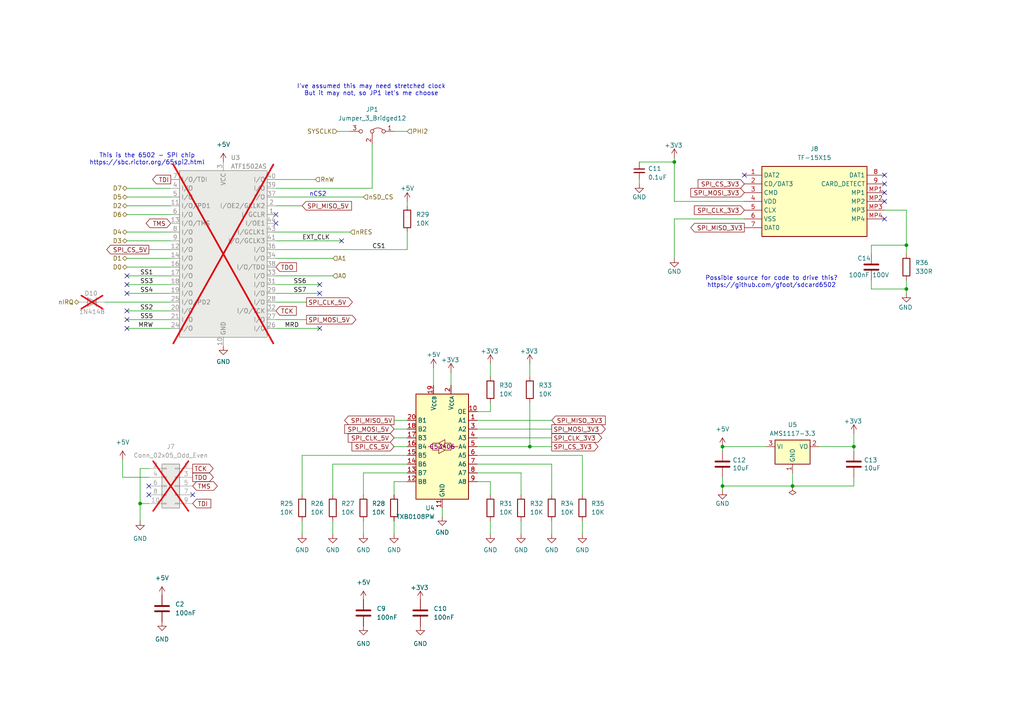
<source format=kicad_sch>
(kicad_sch (version 20250114) (generator "eeschema") (generator_version "9.0")
  (paper "A4")
  (lib_symbols
    (symbol "Connector_Generic:Conn_02x05_Odd_Even" (pin_names (offset 1.016) (hide yes))
      (property "Reference" "J" (at 1.27 7.62 0))
      (property "Value" "Conn_02x05_Odd_Even" (at 1.27 -7.62 0))
      (symbol "Conn_02x05_Odd_Even_1_1"
        (rectangle (start -1.27 6.35) (end 3.81 -6.35) (stroke (width 0.254)) (fill (type background)))
        (rectangle (start -1.27 5.207) (end 0 4.953) (stroke (width 0.1524)))
        (rectangle (start -1.27 2.667) (end 0 2.413) (stroke (width 0.1524)))
        (rectangle (start -1.27 0.127) (end 0 -0.127) (stroke (width 0.1524)))
        (rectangle (start -1.27 -2.413) (end 0 -2.667) (stroke (width 0.1524)))
        (rectangle (start -1.27 -4.953) (end 0 -5.207) (stroke (width 0.1524)))
        (rectangle (start 3.81 5.207) (end 2.54 4.953) (stroke (width 0.1524)))
        (rectangle (start 3.81 2.667) (end 2.54 2.413) (stroke (width 0.1524)))
        (rectangle (start 3.81 0.127) (end 2.54 -0.127) (stroke (width 0.1524)))
        (rectangle (start 3.81 -2.413) (end 2.54 -2.667) (stroke (width 0.1524)))
        (rectangle (start 3.81 -4.953) (end 2.54 -5.207) (stroke (width 0.1524)))
        (pin passive line (at -5.08 5.08 0) (length 3.81) (name "Pin_1") (number "1"))
        (pin passive line (at -5.08 2.54 0) (length 3.81) (name "Pin_3") (number "3"))
        (pin passive line (at -5.08 0 0) (length 3.81) (name "Pin_5") (number "5"))
        (pin passive line (at -5.08 -2.54 0) (length 3.81) (name "Pin_7") (number "7"))
        (pin passive line (at -5.08 -5.08 0) (length 3.81) (name "Pin_9") (number "9"))
        (pin passive line (at 7.62 5.08 180) (length 3.81) (name "Pin_2") (number "2"))
        (pin passive line (at 7.62 2.54 180) (length 3.81) (name "Pin_4") (number "4"))
        (pin passive line (at 7.62 0 180) (length 3.81) (name "Pin_6") (number "6"))
        (pin passive line (at 7.62 -2.54 180) (length 3.81) (name "Pin_8") (number "8"))
        (pin passive line (at 7.62 -5.08 180) (length 3.81) (name "Pin_10") (number "10"))
      )
    )
    (symbol "Device:C" (pin_numbers (hide yes)) (pin_names (offset 0.254))
      (property "Reference" "C" (at 0.635 2.54 0))
      (property "Value" "C" (at 0.635 -2.54 0))
      (symbol "C_0_1"
        (polyline (pts (xy -2.032 0.762) (xy 2.032 0.762)) (stroke (width 0.508)))
        (polyline (pts (xy -2.032 -0.762) (xy 2.032 -0.762)) (stroke (width 0.508)))
      )
      (symbol "C_1_1"
        (pin passive line (at 0 3.81 270) (length 2.794) (name "~") (number "1"))
        (pin passive line (at 0 -3.81 90) (length 2.794) (name "~") (number "2"))
      )
    )
    (symbol "Device:C_Small" (pin_numbers (hide yes)) (pin_names (offset 0.254) (hide yes))
      (property "Reference" "C" (at 0.254 1.778 0))
      (property "Value" "C_Small" (at 0.254 -2.032 0))
      (symbol "C_Small_0_1"
        (polyline (pts (xy -1.524 0.508) (xy 1.524 0.508)) (stroke (width 0.3048)))
        (polyline (pts (xy -1.524 -0.508) (xy 1.524 -0.508)) (stroke (width 0.3302)))
      )
      (symbol "C_Small_1_1"
        (pin passive line (at 0 2.54 270) (length 2.032) (name "~") (number "1"))
        (pin passive line (at 0 -2.54 90) (length 2.032) (name "~") (number "2"))
      )
    )
    (symbol "Device:R" (pin_numbers (hide yes)) (pin_names (offset 0))
      (property "Reference" "R" (at 2.032 0 90))
      (property "Value" "R" (at 0 0 90))
      (symbol "R_0_1"
        (rectangle (start -1.016 -2.54) (end 1.016 2.54) (stroke (width 0.254)))
      )
      (symbol "R_1_1"
        (pin passive line (at 0 3.81 270) (length 1.27) (name "~") (number "1"))
        (pin passive line (at 0 -3.81 90) (length 1.27) (name "~") (number "2"))
      )
    )
    (symbol "Diode:1N4148" (pin_numbers (hide yes)) (pin_names (hide yes))
      (property "Reference" "D" (at 0 2.54 0))
      (property "Value" "1N4148" (at 0 -2.54 0))
      (symbol "1N4148_0_1"
        (polyline (pts (xy -1.27 1.27) (xy -1.27 -1.27)) (stroke (width 0.254)))
        (polyline (pts (xy 1.27 1.27) (xy 1.27 -1.27) (xy -1.27 0) (xy 1.27 1.27)) (stroke (width 0.254)))
        (polyline (pts (xy 1.27 0) (xy -1.27 0)))
      )
      (symbol "1N4148_1_1"
        (pin passive line (at -3.81 0 0) (length 2.54) (name "K") (number "1"))
        (pin passive line (at 3.81 0 180) (length 2.54) (name "A") (number "2"))
      )
    )
    (symbol "Jumper:Jumper_3_Bridged12" (pin_names (offset 0) (hide yes)) (in_bom no)
      (property "Reference" "JP" (at -2.54 -2.54 0))
      (property "Value" "Jumper_3_Bridged12" (at 0 2.794 0))
      (symbol "Jumper_3_Bridged12_0_0"
        (circle (center -3.302 0) (radius 0.508))
        (circle (center 0 0) (radius 0.508))
        (circle (center 3.302 0) (radius 0.508))
      )
      (symbol "Jumper_3_Bridged12_0_1"
        (arc (start -3.048 0.508) (mid -1.651 0.9912) (end -0.254 0.508))
        (polyline (pts (xy 0 -1.27) (xy 0 -0.508)))
      )
      (symbol "Jumper_3_Bridged12_1_1"
        (pin passive line (at -6.35 0 0) (length 2.54) (name "A") (number "1"))
        (pin passive line (at 0 -3.81 90) (length 2.54) (name "C") (number "2"))
        (pin passive line (at 6.35 0 180) (length 2.54) (name "B") (number "3"))
      )
    )
    (symbol "Logic_LevelTranslator:TXB0108PW"
      (property "Reference" "U" (at -6.35 16.51 0))
      (property "Value" "TXB0108PW" (at 3.81 16.51 0))
      (symbol "TXB0108PW_0_1"
        (rectangle (start -7.62 15.24) (end 7.62 -15.24) (stroke (width 0.254)) (fill (type background)))
        (polyline (pts (xy -2.54 0) (xy -2.54 1.016) (xy -0.762 1.016)))
        (polyline (pts (xy -0.762 -1.016) (xy -2.54 -1.016) (xy -2.54 0) (xy -4.572 0)))
        (polyline (pts (xy -0.762 -1.016) (xy 1.016 0) (xy 1.016 -2.032) (xy -0.762 -1.016)))
        (polyline (pts (xy 1.016 1.016) (xy -0.762 0) (xy -0.762 2.032) (xy 1.016 1.016)))
        (polyline (pts (xy 1.016 1.016) (xy 2.794 1.016) (xy 2.794 0) (xy 4.064 0)))
        (polyline (pts (xy 2.794 0) (xy 2.794 -1.016) (xy 1.016 -1.016)))
      )
      (symbol "TXB0108PW_1_1"
        (pin input line (at -10.16 10.16 0) (length 2.54) (name "OE") (number "10"))
        (pin bidirectional line (at -10.16 7.62 0) (length 2.54) (name "A1") (number "1"))
        (pin bidirectional line (at -10.16 5.08 0) (length 2.54) (name "A2") (number "3"))
        (pin bidirectional line (at -10.16 2.54 0) (length 2.54) (name "A3") (number "4"))
        (pin bidirectional line (at -10.16 0 0) (length 2.54) (name "A4") (number "5"))
        (pin bidirectional line (at -10.16 -2.54 0) (length 2.54) (name "A5") (number "6"))
        (pin bidirectional line (at -10.16 -5.08 0) (length 2.54) (name "A6") (number "7"))
        (pin bidirectional line (at -10.16 -7.62 0) (length 2.54) (name "A7") (number "8"))
        (pin bidirectional line (at -10.16 -10.16 0) (length 2.54) (name "A8") (number "9"))
        (pin power_in line (at -2.54 17.78 270) (length 2.54) (name "V_{CCA}") (number "2"))
        (pin power_in line (at 0 -17.78 90) (length 2.54) (name "GND") (number "11"))
        (pin power_in line (at 2.54 17.78 270) (length 2.54) (name "V_{CCB}") (number "19"))
        (pin bidirectional line (at 10.16 7.62 180) (length 2.54) (name "B1") (number "20"))
        (pin bidirectional line (at 10.16 5.08 180) (length 2.54) (name "B2") (number "18"))
        (pin bidirectional line (at 10.16 2.54 180) (length 2.54) (name "B3") (number "17"))
        (pin bidirectional line (at 10.16 0 180) (length 2.54) (name "B4") (number "16"))
        (pin bidirectional line (at 10.16 -2.54 180) (length 2.54) (name "B5") (number "15"))
        (pin bidirectional line (at 10.16 -5.08 180) (length 2.54) (name "B6") (number "14"))
        (pin bidirectional line (at 10.16 -7.62 180) (length 2.54) (name "B7") (number "13"))
        (pin bidirectional line (at 10.16 -10.16 180) (length 2.54) (name "B8") (number "12"))
      )
    )
    (symbol "PaulasKiCAD:ATF1502AS_PLCC"
      (property "Reference" "U1" (at 3.4133 19.05 0))
      (property "Value" "~" (at 3.4133 16.51 0))
      (symbol "ATF1502AS_PLCC_0_1"
        (rectangle (start -11.43 15.24) (end 13.97 -33.02) (stroke (width 0.254)) (fill (type background)))
      )
      (symbol "ATF1502AS_PLCC_1_1"
        (pin bidirectional line (at -13.97 12.7 0) (length 2.54) (name "I/O/TDI") (number "7"))
        (pin bidirectional line (at -13.97 10.16 0) (length 2.54) (name "I/O") (number "4"))
        (pin bidirectional line (at -13.97 7.62 0) (length 2.54) (name "I/O") (number "5"))
        (pin bidirectional line (at -13.97 5.08 0) (length 2.54) (name "I/O/PD1") (number "11"))
        (pin bidirectional line (at -13.97 2.54 0) (length 2.54) (name "I/O") (number "6"))
        (pin bidirectional line (at -13.97 0 0) (length 2.54) (name "I/O/TMS") (number "13"))
        (pin bidirectional line (at -13.97 -2.54 0) (length 2.54) (name "I/O") (number "8"))
        (pin bidirectional line (at -13.97 -5.08 0) (length 2.54) (name "I/O") (number "9"))
        (pin bidirectional line (at -13.97 -7.62 0) (length 2.54) (name "I/O") (number "12"))
        (pin bidirectional line (at -13.97 -10.16 0) (length 2.54) (name "I/O") (number "14"))
        (pin bidirectional line (at -13.97 -12.7 0) (length 2.54) (name "I/O") (number "16"))
        (pin bidirectional line (at -13.97 -15.24 0) (length 2.54) (name "I/O") (number "17"))
        (pin bidirectional line (at -13.97 -17.78 0) (length 2.54) (name "I/O") (number "18"))
        (pin bidirectional line (at -13.97 -20.32 0) (length 2.54) (name "I/O") (number "19"))
        (pin bidirectional line (at -13.97 -22.86 0) (length 2.54) (name "I/O/PD2") (number "25"))
        (pin bidirectional line (at -13.97 -25.4 0) (length 2.54) (name "I/O") (number "20"))
        (pin bidirectional line (at -13.97 -27.94 0) (length 2.54) (name "I/O") (number "21"))
        (pin bidirectional line (at -13.97 -30.48 0) (length 2.54) (name "I/O") (number "24"))
        (pin passive line (at 1.27 17.78 270) (length 2.54) (hide yes) (name "VCC") (number "15"))
        (pin passive line (at 1.27 17.78 270) (length 2.54) (hide yes) (name "VCC") (number "23"))
        (pin power_in line (at 1.27 17.78 270) (length 2.54) (name "VCC") (number "3"))
        (pin passive line (at 1.27 17.78 270) (length 2.54) (hide yes) (name "VCC") (number "35"))
        (pin power_in line (at 1.27 -35.56 90) (length 2.54) (name "GND") (number "10"))
        (pin passive line (at 1.27 -35.56 90) (length 2.54) (hide yes) (name "GND") (number "22"))
        (pin passive line (at 1.27 -35.56 90) (length 2.54) (hide yes) (name "GND") (number "30"))
        (pin passive line (at 1.27 -35.56 90) (length 2.54) (hide yes) (name "GND") (number "42"))
        (pin bidirectional line (at 16.51 12.7 180) (length 2.54) (name "I/O") (number "40"))
        (pin bidirectional line (at 16.51 10.16 180) (length 2.54) (name "I/O") (number "39"))
        (pin bidirectional line (at 16.51 7.62 180) (length 2.54) (name "I/O") (number "37"))
        (pin input line (at 16.51 5.08 180) (length 2.54) (name "I/OE2/GCLK2") (number "2"))
        (pin input line (at 16.51 2.54 180) (length 2.54) (name "I/GCLR") (number "1"))
        (pin input line (at 16.51 0 180) (length 2.54) (name "I/OE1") (number "44"))
        (pin input line (at 16.51 -2.54 180) (length 2.54) (name "I/GCLK1") (number "43"))
        (pin bidirectional line (at 16.51 -5.08 180) (length 2.54) (name "I/O/GCLK3") (number "41"))
        (pin bidirectional line (at 16.51 -7.62 180) (length 2.54) (name "I/O") (number "36"))
        (pin bidirectional line (at 16.51 -10.16 180) (length 2.54) (name "I/O") (number "34"))
        (pin bidirectional line (at 16.51 -12.7 180) (length 2.54) (name "I/O/TDO") (number "38"))
        (pin bidirectional line (at 16.51 -15.24 180) (length 2.54) (name "I/O") (number "33"))
        (pin bidirectional line (at 16.51 -17.78 180) (length 2.54) (name "I/O") (number "31"))
        (pin bidirectional line (at 16.51 -20.32 180) (length 2.54) (name "I/O") (number "29"))
        (pin bidirectional line (at 16.51 -22.86 180) (length 2.54) (name "I/O") (number "28"))
        (pin bidirectional line (at 16.51 -25.4 180) (length 2.54) (name "I/O/TCK") (number "32"))
        (pin bidirectional line (at 16.51 -27.94 180) (length 2.54) (name "I/O") (number "27"))
        (pin bidirectional line (at 16.51 -30.48 180) (length 2.54) (name "I/O") (number "26"))
      )
    )
    (symbol "Regulator_Linear:AMS1117-3.3"
      (property "Reference" "U" (at -3.81 3.175 0))
      (property "Value" "AMS1117-3.3" (at 0 3.175 0))
      (symbol "AMS1117-3.3_0_1"
        (rectangle (start -5.08 -5.08) (end 5.08 1.905) (stroke (width 0.254)) (fill (type background)))
      )
      (symbol "AMS1117-3.3_1_1"
        (pin power_in line (at -7.62 0 0) (length 2.54) (name "VI") (number "3"))
        (pin power_in line (at 0 -7.62 90) (length 2.54) (name "GND") (number "1"))
        (pin power_out line (at 7.62 0 180) (length 2.54) (name "VO") (number "2"))
      )
    )
    (symbol "TF-15X15:TF-15X15"
      (property "Reference" "J" (at 36.83 7.62 0))
      (property "Value" "TF-15X15" (at 36.83 5.08 0))
      (symbol "TF-15X15_1_1"
        (rectangle (start 5.08 2.54) (end 35.56 -17.78) (stroke (width 0.254)) (fill (type background)))
        (pin passive line (at 0 0 0) (length 5.08) (name "DAT2") (number "1"))
        (pin passive line (at 0 -2.54 0) (length 5.08) (name "CD/DAT3") (number "2"))
        (pin passive line (at 0 -5.08 0) (length 5.08) (name "CMD") (number "3"))
        (pin passive line (at 0 -7.62 0) (length 5.08) (name "VDD") (number "4"))
        (pin passive line (at 0 -10.16 0) (length 5.08) (name "CLX") (number "5"))
        (pin passive line (at 0 -12.7 0) (length 5.08) (name "VSS") (number "6"))
        (pin passive line (at 0 -15.24 0) (length 5.08) (name "DAT0") (number "7"))
        (pin passive line (at 40.64 0 180) (length 5.08) (name "DAT1") (number "8"))
        (pin passive line (at 40.64 -2.54 180) (length 5.08) (name "CARD_DETECT") (number "9"))
        (pin passive line (at 40.64 -5.08 180) (length 5.08) (name "MP1") (number "MP1"))
        (pin passive line (at 40.64 -7.62 180) (length 5.08) (name "MP2") (number "MP2"))
        (pin passive line (at 40.64 -10.16 180) (length 5.08) (name "MP3") (number "MP3"))
        (pin passive line (at 40.64 -12.7 180) (length 5.08) (name "MP4") (number "MP4"))
      )
    )
    (symbol "power:+3V3" (power) (pin_numbers (hide yes)) (pin_names (offset 0) (hide yes))
      (property "Value" "+3V3" (at 0 3.556 0))
      (symbol "+3V3_0_1"
        (polyline (pts (xy -0.762 1.27) (xy 0 2.54)))
        (polyline (pts (xy 0 2.54) (xy 0.762 1.27)))
        (polyline (pts (xy 0 0) (xy 0 2.54)))
      )
      (symbol "+3V3_1_1"
        (pin power_in line (at 0 0 90) (length 0) (name "~") (number "1"))
      )
    )
    (symbol "power:+5V" (power) (pin_numbers (hide yes)) (pin_names (offset 0) (hide yes))
      (property "Value" "+5V" (at 0 3.556 0))
      (symbol "+5V_0_1"
        (polyline (pts (xy -0.762 1.27) (xy 0 2.54)))
        (polyline (pts (xy 0 2.54) (xy 0.762 1.27)))
        (polyline (pts (xy 0 0) (xy 0 2.54)))
      )
      (symbol "+5V_1_1"
        (pin power_in line (at 0 0 90) (length 0) (name "~") (number "1"))
      )
    )
    (symbol "power:GND" (power) (pin_names (offset 0))
      (property "Value" "GND" (at 0 -3.81 0))
      (symbol "GND_0_1"
        (polyline (pts (xy 0 0) (xy 0 -1.27) (xy 1.27 -1.27) (xy 0 -2.54) (xy -1.27 -1.27) (xy 0 -1.27)))
      )
      (symbol "GND_1_1"
        (pin power_in line (at 0 0 270) (length 0) (hide yes) (name "GND") (number "1"))
      )
    )
    (symbol "power:PWR_FLAG" (power) (pin_numbers (hide yes)) (pin_names (offset 0) (hide yes))
      (property "Value" "PWR_FLAG" (at 0 3.81 0))
      (symbol "PWR_FLAG_0_0"
        (pin power_out line (at 0 0 90) (length 0) (name "pwr") (number "1"))
      )
      (symbol "PWR_FLAG_0_1"
        (polyline (pts (xy 0 0) (xy 0 1.27) (xy -1.016 1.905) (xy 0 2.54) (xy 1.016 1.905) (xy 0 1.27)))
      )
    )
  )
  (text "I've assumed this may need stretched clock\nBut it may not, so JP1 let's me choose" (at 107.696 26.162 0) (effects (font (size 1.27 1.27))))
  (text "This is the 6502 - SPI chip\nhttps://sbc.rictor.org/65spi2.html" (at 42.672 46.228 0) (effects (font (size 1.27 1.27))))
  (text "Possible source for code to drive this?\nhttps://github.com/gfoot/sdcard6502" (at 223.774 81.788 0) (effects (font (size 1.27 1.27))))
  (text "nCS2" (at 92.202 56.388 0) (effects (font (size 1.27 1.27))))
  (junction (at 153.67 129.54))
  (junction (at 40.64 146.05))
  (junction (at 262.89 71.12))
  (junction (at 229.87 140.97))
  (junction (at 262.89 83.82))
  (junction (at 247.65 129.54))
  (junction (at 195.58 46.99))
  (junction (at 209.55 129.54))
  (junction (at 209.55 140.97))
  (no_connect (at 36.83 82.55))
  (no_connect (at 92.71 95.25))
  (no_connect (at 43.18 140.97))
  (no_connect (at 256.54 63.5))
  (no_connect (at 92.71 85.09))
  (no_connect (at 256.54 53.34))
  (no_connect (at 92.71 82.55))
  (no_connect (at 55.88 143.51))
  (no_connect (at 80.01 64.77))
  (no_connect (at 36.83 95.25))
  (no_connect (at 80.01 62.23))
  (no_connect (at 36.83 90.17))
  (no_connect (at 36.83 92.71))
  (no_connect (at 215.9 50.8))
  (no_connect (at 256.54 58.42))
  (no_connect (at 43.18 143.51))
  (no_connect (at 36.83 85.09))
  (no_connect (at 256.54 50.8))
  (no_connect (at 99.06 69.85))
  (no_connect (at 36.83 80.01))
  (no_connect (at 256.54 55.88))
  (wire (pts (xy 114.3 139.7) (xy 114.3 143.51)))
  (wire (pts (xy 80.01 80.01) (xy 96.52 80.01)))
  (wire (pts (xy 262.89 71.12) (xy 262.89 73.66)))
  (wire (pts (xy 209.55 129.54) (xy 222.25 129.54)))
  (wire (pts (xy 36.83 67.31) (xy 49.53 67.31)))
  (wire (pts (xy 36.83 90.17) (xy 49.53 90.17)))
  (wire (pts (xy 36.83 54.61) (xy 49.53 54.61)))
  (wire (pts (xy 160.02 151.13) (xy 160.02 154.94)))
  (wire (pts (xy 80.01 54.61) (xy 107.95 54.61)))
  (wire (pts (xy 36.83 82.55) (xy 49.53 82.55)))
  (wire (pts (xy 43.18 138.43) (xy 35.56 138.43)))
  (wire (pts (xy 262.89 83.82) (xy 262.89 85.09)))
  (wire (pts (xy 160.02 129.54) (xy 153.67 129.54)))
  (wire (pts (xy 160.02 134.62) (xy 160.02 143.51)))
  (wire (pts (xy 168.91 132.08) (xy 168.91 143.51)))
  (wire (pts (xy 262.89 81.28) (xy 262.89 83.82)))
  (wire (pts (xy 107.95 41.91) (xy 107.95 54.61)))
  (wire (pts (xy 36.83 74.93) (xy 49.53 74.93)))
  (wire (pts (xy 209.55 142.24) (xy 209.55 140.97)))
  (wire (pts (xy 256.54 60.96) (xy 262.89 60.96)))
  (wire (pts (xy 247.65 138.43) (xy 247.65 140.97)))
  (wire (pts (xy 118.11 134.62) (xy 96.52 134.62)))
  (wire (pts (xy 36.83 85.09) (xy 49.53 85.09)))
  (wire (pts (xy 88.9 87.63) (xy 80.01 87.63)))
  (wire (pts (xy 229.87 137.16) (xy 229.87 140.97)))
  (wire (pts (xy 128.27 147.32) (xy 128.27 149.86)))
  (wire (pts (xy 151.13 151.13) (xy 151.13 154.94)))
  (wire (pts (xy 195.58 58.42) (xy 195.58 46.99)))
  (wire (pts (xy 80.01 52.07) (xy 91.44 52.07)))
  (wire (pts (xy 43.18 146.05) (xy 40.64 146.05)))
  (wire (pts (xy 142.24 151.13) (xy 142.24 154.94)))
  (wire (pts (xy 229.87 140.97) (xy 247.65 140.97)))
  (wire (pts (xy 96.52 134.62) (xy 96.52 143.51)))
  (wire (pts (xy 87.63 151.13) (xy 87.63 154.94)))
  (wire (pts (xy 87.63 132.08) (xy 87.63 143.51)))
  (wire (pts (xy 40.64 146.05) (xy 40.64 135.89)))
  (wire (pts (xy 138.43 137.16) (xy 151.13 137.16)))
  (wire (pts (xy 195.58 46.99) (xy 195.58 45.72)))
  (wire (pts (xy 142.24 105.41) (xy 142.24 109.22)))
  (wire (pts (xy 138.43 139.7) (xy 142.24 139.7)))
  (wire (pts (xy 36.83 69.85) (xy 49.53 69.85)))
  (wire (pts (xy 36.83 95.25) (xy 49.53 95.25)))
  (wire (pts (xy 36.83 92.71) (xy 49.53 92.71)))
  (wire (pts (xy 40.64 151.13) (xy 40.64 146.05)))
  (wire (pts (xy 87.63 59.69) (xy 80.01 59.69)))
  (wire (pts (xy 185.42 52.07) (xy 185.42 53.34)))
  (wire (pts (xy 114.3 129.54) (xy 118.11 129.54)))
  (wire (pts (xy 118.11 72.39) (xy 118.11 67.31)))
  (wire (pts (xy 114.3 38.1) (xy 118.11 38.1)))
  (wire (pts (xy 80.01 95.25) (xy 92.71 95.25)))
  (wire (pts (xy 130.81 107.95) (xy 130.81 111.76)))
  (wire (pts (xy 168.91 151.13) (xy 168.91 154.94)))
  (wire (pts (xy 114.3 121.92) (xy 118.11 121.92)))
  (wire (pts (xy 80.01 57.15) (xy 105.41 57.15)))
  (wire (pts (xy 252.73 83.82) (xy 262.89 83.82)))
  (wire (pts (xy 43.18 72.39) (xy 49.53 72.39)))
  (wire (pts (xy 209.55 129.54) (xy 209.55 130.81)))
  (wire (pts (xy 195.58 74.93) (xy 195.58 63.5)))
  (wire (pts (xy 36.83 62.23) (xy 49.53 62.23)))
  (wire (pts (xy 36.83 59.69) (xy 49.53 59.69)))
  (wire (pts (xy 160.02 127) (xy 138.43 127)))
  (wire (pts (xy 138.43 132.08) (xy 168.91 132.08)))
  (wire (pts (xy 80.01 69.85) (xy 99.06 69.85)))
  (wire (pts (xy 252.73 71.12) (xy 262.89 71.12)))
  (wire (pts (xy 153.67 129.54) (xy 138.43 129.54)))
  (wire (pts (xy 153.67 105.41) (xy 153.67 109.22)))
  (wire (pts (xy 125.73 106.68) (xy 125.73 111.76)))
  (wire (pts (xy 160.02 124.46) (xy 138.43 124.46)))
  (wire (pts (xy 88.9 92.71) (xy 80.01 92.71)))
  (wire (pts (xy 114.3 124.46) (xy 118.11 124.46)))
  (wire (pts (xy 40.64 135.89) (xy 43.18 135.89)))
  (wire (pts (xy 247.65 129.54) (xy 247.65 125.73)))
  (wire (pts (xy 247.65 129.54) (xy 247.65 130.81)))
  (wire (pts (xy 96.52 151.13) (xy 96.52 154.94)))
  (wire (pts (xy 138.43 134.62) (xy 160.02 134.62)))
  (wire (pts (xy 114.3 151.13) (xy 114.3 154.94)))
  (wire (pts (xy 142.24 139.7) (xy 142.24 143.51)))
  (wire (pts (xy 138.43 119.38) (xy 142.24 119.38)))
  (wire (pts (xy 237.49 129.54) (xy 247.65 129.54)))
  (wire (pts (xy 153.67 116.84) (xy 153.67 129.54)))
  (wire (pts (xy 252.73 81.28) (xy 252.73 83.82)))
  (wire (pts (xy 92.71 82.55) (xy 80.01 82.55)))
  (wire (pts (xy 209.55 138.43) (xy 209.55 140.97)))
  (wire (pts (xy 142.24 119.38) (xy 142.24 116.84)))
  (wire (pts (xy 118.11 137.16) (xy 105.41 137.16)))
  (wire (pts (xy 118.11 58.42) (xy 118.11 59.69)))
  (wire (pts (xy 36.83 80.01) (xy 49.53 80.01)))
  (wire (pts (xy 80.01 74.93) (xy 96.52 74.93)))
  (wire (pts (xy 35.56 138.43) (xy 35.56 133.35)))
  (wire (pts (xy 151.13 137.16) (xy 151.13 143.51)))
  (wire (pts (xy 209.55 140.97) (xy 229.87 140.97)))
  (wire (pts (xy 215.9 58.42) (xy 195.58 58.42)))
  (wire (pts (xy 36.83 77.47) (xy 49.53 77.47)))
  (wire (pts (xy 160.02 121.92) (xy 138.43 121.92)))
  (wire (pts (xy 97.79 38.1) (xy 101.6 38.1)))
  (wire (pts (xy 105.41 137.16) (xy 105.41 143.51)))
  (wire (pts (xy 36.83 57.15) (xy 49.53 57.15)))
  (wire (pts (xy 80.01 67.31) (xy 101.6 67.31)))
  (wire (pts (xy 105.41 151.13) (xy 105.41 154.94)))
  (wire (pts (xy 252.73 73.66) (xy 252.73 71.12)))
  (wire (pts (xy 262.89 60.96) (xy 262.89 71.12)))
  (wire (pts (xy 118.11 132.08) (xy 87.63 132.08)))
  (wire (pts (xy 118.11 139.7) (xy 114.3 139.7)))
  (wire (pts (xy 114.3 127) (xy 118.11 127)))
  (wire (pts (xy 195.58 63.5) (xy 215.9 63.5)))
  (wire (pts (xy 30.48 87.63) (xy 49.53 87.63)))
  (wire (pts (xy 80.01 72.39) (xy 118.11 72.39)))
  (wire (pts (xy 185.42 46.99) (xy 195.58 46.99)))
  (wire (pts (xy 92.71 85.09) (xy 80.01 85.09)))
  (label "SS7" (at 85.09 85.09 0))
  (label "CS1" (at 107.95 72.39 0))
  (label "SS3" (at 44.45 82.55 180))
  (label "SS4" (at 44.45 85.09 180))
  (label "SS5" (at 44.45 92.71 180))
  (label "SS2" (at 44.45 90.17 180))
  (label "SS1" (at 44.45 80.01 180))
  (label "SS6" (at 85.09 82.55 0))
  (label "EXT_CLK" (at 87.63 69.85 0))
  (label "MRD" (at 82.55 95.25 0))
  (label "MRW" (at 44.45 95.25 180))
  (global_label "SPI_MOSI_5V" (shape output) (at 88.9 92.71 0) (property "Intersheetrefs" "${INTERSHEET_REFS}" (effects (hide yes))))
  (global_label "SPI_CLK_5V" (shape output) (at 88.9 87.63 0) (property "Intersheetrefs" "${INTERSHEET_REFS}" (effects (hide yes))))
  (global_label "SPI_MISO_5V" (shape output) (at 114.3 121.92 180) (property "Intersheetrefs" "${INTERSHEET_REFS}" (effects (hide yes))))
  (global_label "TMS" (shape bidirectional) (at 49.53 64.77 180) (property "Intersheetrefs" "${INTERSHEET_REFS}" (effects (hide yes))))
  (global_label "SPI_MISO_3V3" (shape input) (at 160.02 121.92 0) (property "Intersheetrefs" "${INTERSHEET_REFS}" (effects (hide yes))))
  (global_label "SPI_CS_5V" (shape output) (at 43.18 72.39 180) (property "Intersheetrefs" "${INTERSHEET_REFS}" (effects (hide yes))))
  (global_label "SPI_CS_5V" (shape input) (at 114.3 129.54 180) (property "Intersheetrefs" "${INTERSHEET_REFS}" (effects (hide yes))))
  (global_label "SPI_MOSI_5V" (shape input) (at 114.3 124.46 180) (property "Intersheetrefs" "${INTERSHEET_REFS}" (effects (hide yes))))
  (global_label "SPI_CS_3V3" (shape input) (at 215.9 53.34 180) (property "Intersheetrefs" "${INTERSHEET_REFS}" (effects (hide yes))))
  (global_label "SPI_MISO_5V" (shape input) (at 87.63 59.69 0) (property "Intersheetrefs" "${INTERSHEET_REFS}" (effects (hide yes))))
  (global_label "TDO" (shape output) (at 55.88 138.43 0) (property "Intersheetrefs" "${INTERSHEET_REFS}" (effects (hide yes))))
  (global_label "SPI_CLK_3V3" (shape input) (at 215.9 60.96 180) (property "Intersheetrefs" "${INTERSHEET_REFS}" (effects (hide yes))))
  (global_label "TDI" (shape output) (at 49.53 52.07 180) (property "Intersheetrefs" "${INTERSHEET_REFS}" (effects (hide yes))))
  (global_label "SPI_MOSI_3V3" (shape output) (at 160.02 124.46 0) (property "Intersheetrefs" "${INTERSHEET_REFS}" (effects (hide yes))))
  (global_label "SPI_CLK_5V" (shape input) (at 114.3 127 180) (property "Intersheetrefs" "${INTERSHEET_REFS}" (effects (hide yes))))
  (global_label "SPI_CLK_3V3" (shape output) (at 160.02 127 0) (property "Intersheetrefs" "${INTERSHEET_REFS}" (effects (hide yes))))
  (global_label "SPI_CS_3V3" (shape output) (at 160.02 129.54 0) (property "Intersheetrefs" "${INTERSHEET_REFS}" (effects (hide yes))))
  (global_label "TDI" (shape input) (at 55.88 146.05 0) (property "Intersheetrefs" "${INTERSHEET_REFS}" (effects (hide yes))))
  (global_label "TCK" (shape input) (at 80.01 90.17 0) (property "Intersheetrefs" "${INTERSHEET_REFS}" (effects (hide yes))))
  (global_label "SPI_MISO_3V3" (shape output) (at 215.9 66.04 180) (property "Intersheetrefs" "${INTERSHEET_REFS}" (effects (hide yes))))
  (global_label "TDO" (shape input) (at 80.01 77.47 0) (property "Intersheetrefs" "${INTERSHEET_REFS}" (effects (hide yes))))
  (global_label "TCK" (shape output) (at 55.88 135.89 0) (property "Intersheetrefs" "${INTERSHEET_REFS}" (effects (hide yes))))
  (global_label "SPI_MOSI_3V3" (shape input) (at 215.9 55.88 180) (property "Intersheetrefs" "${INTERSHEET_REFS}" (effects (hide yes))))
  (global_label "TMS" (shape bidirectional) (at 55.88 140.97 0) (property "Intersheetrefs" "${INTERSHEET_REFS}" (effects (hide yes))))
  (hierarchical_label "D1" (shape bidirectional) (at 36.83 74.93 180))
  (hierarchical_label "PHI2" (shape input) (at 118.11 38.1 0))
  (hierarchical_label "D0" (shape bidirectional) (at 36.83 77.47 180))
  (hierarchical_label "RnW" (shape input) (at 91.44 52.07 0))
  (hierarchical_label "D3" (shape bidirectional) (at 36.83 69.85 180))
  (hierarchical_label "D4" (shape bidirectional) (at 36.83 67.31 180))
  (hierarchical_label "nRES" (shape input) (at 101.6 67.31 0))
  (hierarchical_label "D7" (shape bidirectional) (at 36.83 54.61 180))
  (hierarchical_label "SYSCLK" (shape input) (at 97.79 38.1 180))
  (hierarchical_label "D5" (shape bidirectional) (at 36.83 57.15 180))
  (hierarchical_label "D2" (shape bidirectional) (at 36.83 59.69 180))
  (hierarchical_label "A0" (shape input) (at 96.52 80.01 0))
  (hierarchical_label "D6" (shape bidirectional) (at 36.83 62.23 180))
  (hierarchical_label "nSD_CS" (shape input) (at 105.41 57.15 0))
  (hierarchical_label "A1" (shape input) (at 96.52 74.93 0))
  (hierarchical_label "nIRQ" (shape tri_state) (at 22.86 87.63 180))
  (symbol (lib_id "power:GND") (at 160.02 154.94 0) (unit 1)
    (property "Reference" "#PWR065" (effects (hide yes)))
    (property "Value" "GND" (at 160.02 159.5025 0))
  )
  (symbol (lib_id "power:+5V") (at 118.11 58.42 0) (unit 1)
    (property "Reference" "#PWR055" (effects (hide yes)))
    (property "Value" "+5V" (at 118.11 54.61 0))
  )
  (symbol (lib_id "Device:R") (at 118.11 63.5 180) (unit 1)
    (property "Reference" "R29" (at 120.65 62.2299 0) (effects (justify right)))
    (property "Value" "10K" (at 120.65 64.7699 0) (effects (justify right)))
    (property "Footprint" "Resistor_SMD:R_0603_1608Metric_Pad0.98x0.95mm_HandSolder" (effects (hide yes)))
  )
  (symbol (lib_id "power:GND") (at 168.91 154.94 0) (unit 1)
    (property "Reference" "#PWR066" (effects (hide yes)))
    (property "Value" "GND" (at 168.91 159.5025 0))
  )
  (symbol (lib_id "Device:C_Small") (at 185.42 49.53 0) (unit 1)
    (property "Reference" "C11" (at 187.96 48.9013 0) (effects (justify left)))
    (property "Value" "0.1uF" (at 187.96 51.4413 0) (effects (justify left)))
    (property "Footprint" "Capacitor_SMD:C_0603_1608Metric" (effects (hide yes)))
    (property "LCSC" "C14663" (effects (hide yes)))
  )
  (symbol (lib_id "Device:R") (at 151.13 147.32 180) (unit 1)
    (property "Reference" "R32" (at 153.67 146.0499 0) (effects (justify right)))
    (property "Value" "10K" (at 153.67 148.5899 0) (effects (justify right)))
    (property "Footprint" "Resistor_SMD:R_0603_1608Metric_Pad0.98x0.95mm_HandSolder" (effects (hide yes)))
  )
  (symbol (lib_id "power:GND") (at 46.99 180.34 0) (unit 1)
    (property "Reference" "#PWR046" (effects (hide yes)))
    (property "Value" "GND" (at 46.99 185.42 0))
  )
  (symbol (lib_id "power:GND") (at 105.41 154.94 0) (mirror y) (unit 1)
    (property "Reference" "#PWR051" (effects (hide yes)))
    (property "Value" "GND" (at 105.41 159.5025 0))
  )
  (symbol (lib_id "power:+3V3") (at 142.24 105.41 0) (unit 1)
    (property "Reference" "#PWR061" (effects (hide yes)))
    (property "Value" "+3V3" (at 141.986 101.854 0))
    (property "Description" "Power symbol creates a global label with name \"+3V3\"" (effects (hide yes)))
  )
  (symbol (lib_id "power:GND") (at 209.55 142.24 0) (unit 1)
    (property "Reference" "#PWR071" (effects (hide yes)))
    (property "Value" "GND" (at 209.55 146.05 0))
  )
  (symbol (lib_id "Device:C") (at 209.55 134.62 0) (unit 1)
    (property "Reference" "C12" (at 212.471 133.4516 0) (effects (justify left)))
    (property "Value" "10uF" (at 212.471 135.763 0) (effects (justify left)))
    (property "Footprint" "Capacitor_SMD:C_0805_2012Metric" (effects (hide yes)))
    (property "ManufacturerPN" "C3216X7R1E475M085AB" (effects (hide yes)))
    (property "Manufacturer" "Murata" (effects (hide yes)))
    (property "LCSC" "C15850" (effects (hide yes)))
  )
  (symbol (lib_id "power:GND") (at 195.58 74.93 0) (unit 1)
    (property "Reference" "#PWR069" (effects (hide yes)))
    (property "Value" "GND" (at 195.58 78.74 0))
  )
  (symbol (lib_id "power:+3V3") (at 153.67 105.41 0) (unit 1)
    (property "Reference" "#PWR064" (effects (hide yes)))
    (property "Value" "+3V3" (at 153.416 101.854 0))
    (property "Description" "Power symbol creates a global label with name \"+3V3\"" (effects (hide yes)))
  )
  (symbol (lib_id "power:+5V") (at 105.41 173.99 0) (unit 1)
    (property "Reference" "#PWR052" (effects (hide yes)))
    (property "Value" "+5V" (at 105.41 168.91 0))
  )
  (symbol (lib_id "Device:R") (at 262.89 77.47 0) (unit 1)
    (property "Reference" "R36" (at 265.43 76.1999 0) (effects (justify left)))
    (property "Value" "330R" (at 265.43 78.7399 0) (effects (justify left)))
    (property "Footprint" "Resistor_SMD:R_0402_1005Metric" (effects (hide yes)))
    (property "Description" "Resistor" (effects (hide yes)))
  )
  (symbol (lib_id "Device:C") (at 46.99 176.53 0) (unit 1)
    (property "Reference" "C2" (at 50.8 175.2599 0) (effects (justify left)))
    (property "Value" "100nF" (at 50.8 177.7999 0) (effects (justify left)))
    (property "Footprint" "Capacitor_SMD:C_0805_2012Metric" (effects (hide yes)))
    (property "Description" "Unpolarized capacitor" (effects (hide yes)))
  )
  (symbol (lib_id "power:+3V3") (at 195.58 45.72 0) (unit 1)
    (property "Reference" "#PWR068" (effects (hide yes)))
    (property "Value" "+3V3" (at 195.326 42.164 0))
    (property "Description" "Power symbol creates a global label with name \"+3V3\"" (effects (hide yes)))
  )
  (symbol (lib_id "Regulator_Linear:AMS1117-3.3") (at 229.87 129.54 0) (unit 1)
    (property "Reference" "U5" (at 229.87 123.19 0))
    (property "Value" "AMS1117-3.3" (at 229.87 125.73 0))
    (property "Footprint" "Package_TO_SOT_SMD:SOT-223-3_TabPin2" (effects (hide yes)))
    (property "Datasheet" "http://www.advanced-monolithic.com/pdf/ds1117.pdf" (effects (hide yes)))
    (property "LCSC" "C6186" (effects (hide yes)))
  )
  (symbol (lib_id "TF-15X15:TF-15X15") (at 215.9 50.8 0) (unit 1)
    (property "Reference" "J8" (at 236.22 43.18 0))
    (property "Value" "TF-15X15" (at 236.22 45.72 0))
    (property "Footprint" "TF-15X15:TF15X15" (effects (hide yes)))
    (property "Datasheet" "https://datasheet.lcsc.com/szlcsc/SOFNG-TF-15-15_C111196.pdf" (effects (hide yes)))
    (property "Description" "Micro-SD Card Socket" (effects (hide yes)))
    (property "Height" "1.85" (effects (hide yes)))
    (property "Manufacturer_Name" "SOFNG" (effects (hide yes)))
    (property "Manufacturer_Part_Number" "TF-15X15" (effects (hide yes)))
    (property "LCSC" "C111196" (effects (hide yes)))
  )
  (symbol (lib_id "power:+3V3") (at 121.92 173.99 0) (unit 1)
    (property "Reference" "#PWR056" (effects (hide yes)))
    (property "Value" "+3V3" (at 121.666 170.434 0))
    (property "Description" "Power symbol creates a global label with name \"+3V3\"" (effects (hide yes)))
  )
  (symbol (lib_id "power:GND") (at 40.64 151.13 0) (mirror y) (unit 1)
    (property "Reference" "#PWR044" (effects (hide yes)))
    (property "Value" "GND" (at 40.64 156.21 0))
    (property "Description" "Power symbol creates a global label with name \"GND\" , ground" (effects (hide yes)))
  )
  (symbol (lib_id "Device:R") (at 160.02 147.32 180) (unit 1)
    (property "Reference" "R34" (at 162.56 146.0499 0) (effects (justify right)))
    (property "Value" "10K" (at 162.56 148.5899 0) (effects (justify right)))
    (property "Footprint" "Resistor_SMD:R_0603_1608Metric_Pad0.98x0.95mm_HandSolder" (effects (hide yes)))
  )
  (symbol (lib_id "power:GND") (at 128.27 149.86 0) (unit 1)
    (property "Reference" "#PWR059" (effects (hide yes)))
    (property "Value" "GND" (at 128.27 154.4225 0))
  )
  (symbol (lib_id "power:GND") (at 105.41 181.61 0) (unit 1)
    (property "Reference" "#PWR053" (effects (hide yes)))
    (property "Value" "GND" (at 105.41 186.69 0))
  )
  (symbol (lib_id "Device:C") (at 121.92 177.8 0) (unit 1)
    (property "Reference" "C10" (at 125.73 176.5299 0) (effects (justify left)))
    (property "Value" "100nF" (at 125.73 179.0699 0) (effects (justify left)))
    (property "Footprint" "Capacitor_SMD:C_0805_2012Metric" (effects (hide yes)))
    (property "Description" "Unpolarized capacitor" (effects (hide yes)))
  )
  (symbol (lib_id "power:GND") (at 262.89 85.09 0) (unit 1)
    (property "Reference" "#PWR073" (effects (hide yes)))
    (property "Value" "GND" (at 262.636 89.154 0))
    (property "Description" "Power symbol creates a global label with name \"GND\" , ground" (effects (hide yes)))
  )
  (symbol (lib_id "Device:R") (at 168.91 147.32 180) (unit 1)
    (property "Reference" "R35" (at 171.45 146.0499 0) (effects (justify right)))
    (property "Value" "10K" (at 171.45 148.5899 0) (effects (justify right)))
    (property "Footprint" "Resistor_SMD:R_0603_1608Metric_Pad0.98x0.95mm_HandSolder" (effects (hide yes)))
  )
  (symbol (lib_id "power:GND") (at 96.52 154.94 0) (mirror y) (unit 1)
    (property "Reference" "#PWR050" (effects (hide yes)))
    (property "Value" "GND" (at 96.52 159.5025 0))
  )
  (symbol (lib_id "power:GND") (at 185.42 53.34 0) (unit 1)
    (property "Reference" "#PWR067" (effects (hide yes)))
    (property "Value" "GND" (at 185.42 57.15 0))
  )
  (symbol (lib_id "power:GND") (at 87.63 154.94 0) (mirror y) (unit 1)
    (property "Reference" "#PWR049" (effects (hide yes)))
    (property "Value" "GND" (at 87.63 159.5025 0))
  )
  (symbol (lib_id "Device:C") (at 247.65 134.62 0) (unit 1)
    (property "Reference" "C13" (at 250.571 133.4516 0) (effects (justify left)))
    (property "Value" "10uF" (at 250.571 135.763 0) (effects (justify left)))
    (property "Footprint" "Capacitor_SMD:C_0805_2012Metric" (effects (hide yes)))
    (property "ManufacturerPN" "C3216X7R1E475M085AB" (effects (hide yes)))
    (property "Manufacturer" "Murata" (effects (hide yes)))
    (property "LCSC" "C15850" (effects (hide yes)))
  )
  (symbol (lib_id "Device:R") (at 87.63 147.32 0) (mirror x) (unit 1)
    (property "Reference" "R25" (at 85.09 146.0499 0) (effects (justify right)))
    (property "Value" "10K" (at 85.09 148.5899 0) (effects (justify right)))
    (property "Footprint" "Resistor_SMD:R_0603_1608Metric_Pad0.98x0.95mm_HandSolder" (effects (hide yes)))
  )
  (symbol (lib_id "power:+5V") (at 125.73 106.68 0) (unit 1)
    (property "Reference" "#PWR058" (effects (hide yes)))
    (property "Value" "+5V" (at 125.73 102.87 0))
  )
  (symbol (lib_id "power:+5V") (at 209.55 129.54 0) (unit 1)
    (property "Reference" "#PWR070" (effects (hide yes)))
    (property "Value" "+5V" (at 209.55 124.46 0))
    (property "Description" "Power symbol creates a global label with name \"+5V\"" (effects (hide yes)))
  )
  (symbol (lib_id "Device:C") (at 105.41 177.8 0) (unit 1)
    (property "Reference" "C9" (at 109.22 176.5299 0) (effects (justify left)))
    (property "Value" "100nF" (at 109.22 179.0699 0) (effects (justify left)))
    (property "Footprint" "Capacitor_SMD:C_0805_2012Metric" (effects (hide yes)))
    (property "Description" "Unpolarized capacitor" (effects (hide yes)))
  )
  (symbol (lib_id "power:+5V") (at 35.56 133.35 0) (mirror y) (unit 1)
    (property "Reference" "#PWR043" (effects (hide yes)))
    (property "Value" "+5V" (at 35.56 128.27 0))
  )
  (symbol (lib_id "power:+3V3") (at 247.65 125.73 0) (unit 1)
    (property "Reference" "#PWR072" (effects (hide yes)))
    (property "Value" "+3V3" (at 247.396 122.174 0))
    (property "Description" "Power symbol creates a global label with name \"+3V3\"" (effects (hide yes)))
  )
  (symbol (lib_id "PaulasKiCAD:ATF1502AS_PLCC") (at 63.5 64.77 0) (unit 1) (dnp yes)
    (property "Reference" "U3" (at 66.9133 45.72 0) (effects (justify left)))
    (property "Value" "ATF1502AS" (at 66.9133 48.26 0) (effects (justify left)))
    (property "Footprint" "Package_LCC:PLCC-44_THT-Socket" (effects (hide yes)))
    (property "LCSC" "DNP" (effects (hide yes)))
  )
  (symbol (lib_id "Connector_Generic:Conn_02x05_Odd_Even") (at 50.8 140.97 0) (mirror y) (unit 1) (dnp yes)
    (property "Reference" "J7" (at 49.53 129.54 0))
    (property "Value" "Conn_02x05_Odd_Even" (at 49.53 132.08 0))
    (property "Footprint" "Connector_PinHeader_2.54mm:PinHeader_2x05_P2.54mm_Vertical" (effects (hide yes)))
    (property "Description" "Generic connector, double row, 02x05, odd/even pin numbering scheme (row 1 odd numbers, row 2 even numbers), script generated (kicad-library-utils/schlib/autogen/connector/)" (effects (hide yes)))
    (property "LCSC" "DNF" (effects (hide yes)))
  )
  (symbol (lib_id "Device:R") (at 142.24 147.32 180) (unit 1)
    (property "Reference" "R31" (at 144.78 146.0499 0) (effects (justify right)))
    (property "Value" "10K" (at 144.78 148.5899 0) (effects (justify right)))
    (property "Footprint" "Resistor_SMD:R_0603_1608Metric_Pad0.98x0.95mm_HandSolder" (effects (hide yes)))
  )
  (symbol (lib_id "Logic_LevelTranslator:TXB0108PW") (at 128.27 129.54 0) (mirror y) (unit 1)
    (property "Reference" "U4" (at 126.1267 147.32 0) (effects (justify left)))
    (property "Value" "TXB0108PW" (at 126.1267 149.86 0) (effects (justify left)))
    (property "Footprint" "Package_SO:TSSOP-20_4.4x6.5mm_P0.65mm" (effects (hide yes)))
    (property "Datasheet" "http://www.ti.com/lit/ds/symlink/txb0108.pdf" (effects (hide yes)))
    (property "Description" "8-Bit Bidirectional Voltage-Level Translator, Auto Direction Sensing and ±15-kV ESD Protection, 1.2 - 3.6V APort, 1.65 - 5.5V BPort, TSSOP-20" (effects (hide yes)))
    (property "LCSC" "C53406" (at 128.27 129.54 0))
  )
  (symbol (lib_id "power:PWR_FLAG") (at 229.87 140.97 180) (unit 1)
    (property "Reference" "#FLG01" (effects (hide yes)))
    (property "Value" "PWR_FLAG" (effects (hide yes)))
  )
  (symbol (lib_id "Device:R") (at 114.3 147.32 0) (mirror x) (unit 1)
    (property "Reference" "R28" (at 111.76 146.0499 0) (effects (justify right)))
    (property "Value" "10K" (at 111.76 148.5899 0) (effects (justify right)))
    (property "Footprint" "Resistor_SMD:R_0603_1608Metric_Pad0.98x0.95mm_HandSolder" (effects (hide yes)))
  )
  (symbol (lib_id "power:+3V3") (at 130.81 107.95 0) (unit 1)
    (property "Reference" "#PWR060" (effects (hide yes)))
    (property "Value" "+3V3" (at 130.556 104.394 0))
    (property "Description" "Power symbol creates a global label with name \"+3V3\"" (effects (hide yes)))
  )
  (symbol (lib_id "power:GND") (at 151.13 154.94 0) (unit 1)
    (property "Reference" "#PWR063" (effects (hide yes)))
    (property "Value" "GND" (at 151.13 159.5025 0))
  )
  (symbol (lib_id "Jumper:Jumper_3_Bridged12") (at 107.95 38.1 0) (mirror y) (unit 1) (in_bom no)
    (property "Reference" "JP1" (at 107.95 31.75 0))
    (property "Value" "Jumper_3_Bridged12" (at 107.95 34.29 0))
    (property "Footprint" "Jumper:SolderJumper-3_P1.3mm_Bridged12_RoundedPad1.0x1.5mm_NumberLabels" (effects (hide yes)))
    (property "Description" "Jumper, 3-pole, pins 1+2 closed/bridged" (effects (hide yes)))
  )
  (symbol (lib_id "power:GND") (at 142.24 154.94 0) (unit 1)
    (property "Reference" "#PWR062" (effects (hide yes)))
    (property "Value" "GND" (at 142.24 159.5025 0))
  )
  (symbol (lib_id "power:+5V") (at 46.99 172.72 0) (unit 1)
    (property "Reference" "#PWR045" (effects (hide yes)))
    (property "Value" "+5V" (at 46.99 167.64 0))
  )
  (symbol (lib_id "power:+5V") (at 64.77 46.99 0) (unit 1)
    (property "Reference" "#PWR047" (effects (hide yes)))
    (property "Value" "+5V" (at 64.77 41.91 0))
  )
  (symbol (lib_id "Device:R") (at 105.41 147.32 0) (mirror x) (unit 1)
    (property "Reference" "R27" (at 102.87 146.0499 0) (effects (justify right)))
    (property "Value" "10K" (at 102.87 148.5899 0) (effects (justify right)))
    (property "Footprint" "Resistor_SMD:R_0603_1608Metric_Pad0.98x0.95mm_HandSolder" (effects (hide yes)))
  )
  (symbol (lib_id "power:GND") (at 121.92 181.61 0) (unit 1)
    (property "Reference" "#PWR057" (effects (hide yes)))
    (property "Value" "GND" (at 121.92 186.69 0))
  )
  (symbol (lib_id "power:GND") (at 114.3 154.94 0) (mirror y) (unit 1)
    (property "Reference" "#PWR054" (effects (hide yes)))
    (property "Value" "GND" (at 114.3 159.5025 0))
  )
  (symbol (lib_id "Diode:1N4148") (at 26.67 87.63 0) (mirror y) (unit 1) (dnp yes)
    (property "Reference" "D10" (at 26.416 85.09 0))
    (property "Value" "1N4148" (at 26.67 90.424 0))
    (property "Footprint" "Diode_THT:D_DO-35_SOD27_P7.62mm_Horizontal" (effects (hide yes)))
    (property "Datasheet" "https://assets.nexperia.com/documents/data-sheet/1N4148_1N4448.pdf" (effects (hide yes)))
    (property "Description" "100V 0.15A standard switching diode, DO-35" (effects (hide yes)))
    (property "Sim.Device" "D" (effects (hide yes)))
    (property "Sim.Pins" "1=K 2=A" (effects (hide yes)))
    (property "LCSC" "DNF" (effects (hide yes)))
  )
  (symbol (lib_id "Device:R") (at 142.24 113.03 180) (unit 1)
    (property "Reference" "R30" (at 144.78 111.7599 0) (effects (justify right)))
    (property "Value" "10K" (at 144.78 114.2999 0) (effects (justify right)))
    (property "Footprint" "Resistor_SMD:R_0603_1608Metric_Pad0.98x0.95mm_HandSolder" (effects (hide yes)))
  )
  (symbol (lib_id "Device:R") (at 96.52 147.32 0) (mirror x) (unit 1)
    (property "Reference" "R26" (at 93.98 146.0499 0) (effects (justify right)))
    (property "Value" "10K" (at 93.98 148.5899 0) (effects (justify right)))
    (property "Footprint" "Resistor_SMD:R_0603_1608Metric_Pad0.98x0.95mm_HandSolder" (effects (hide yes)))
  )
  (symbol (lib_id "Device:R") (at 153.67 113.03 180) (unit 1)
    (property "Reference" "R33" (at 156.21 111.7599 0) (effects (justify right)))
    (property "Value" "10K" (at 156.21 114.2999 0) (effects (justify right)))
    (property "Footprint" "Resistor_SMD:R_0603_1608Metric_Pad0.98x0.95mm_HandSolder" (effects (hide yes)))
  )
  (symbol (lib_id "Device:C") (at 252.73 77.47 0) (unit 1)
    (property "Reference" "C14" (at 248.666 74.93 0) (effects (justify left)))
    (property "Value" "100nF 100V" (at 246.126 79.756 0) (effects (justify left)))
    (property "Footprint" "Capacitor_SMD:C_0805_2012Metric" (effects (hide yes)))
    (property "Description" "Unpolarized capacitor" (effects (hide yes)))
    (property "LCSC" "C28233" (effects (hide yes)))
  )
  (symbol (lib_id "power:GND") (at 64.77 100.33 0) (unit 1)
    (property "Reference" "#PWR048" (effects (hide yes)))
    (property "Value" "GND" (at 64.77 104.8925 0))
  )
)
</source>
